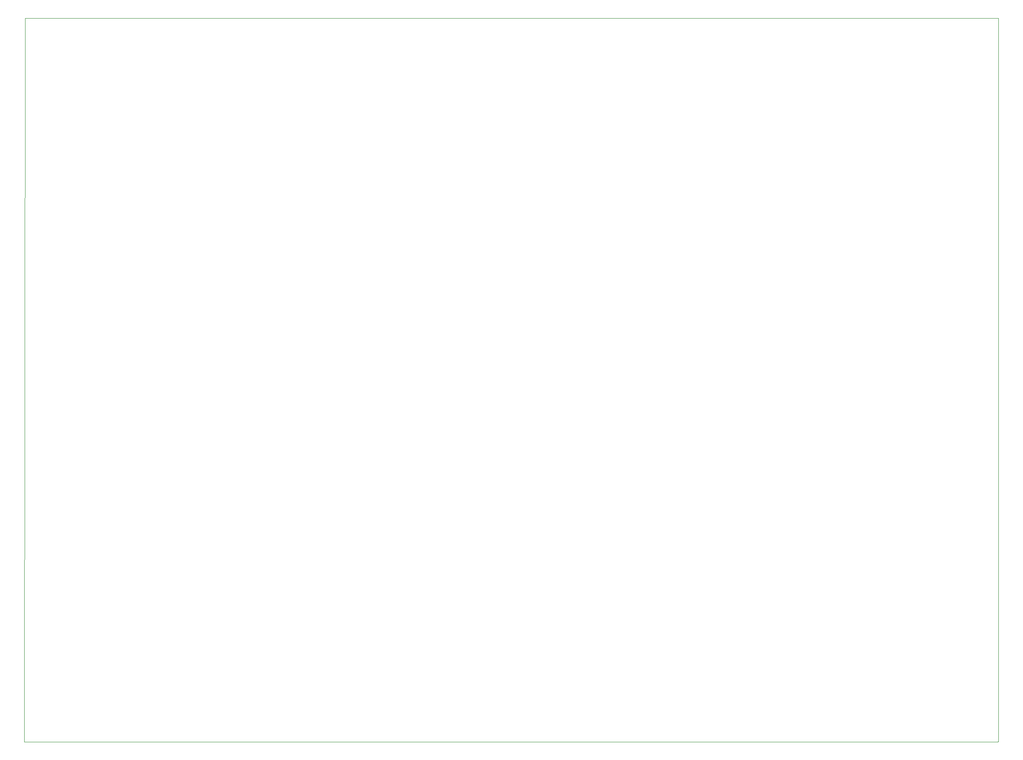
<source format=gbr>
G04*
G04 #@! TF.GenerationSoftware,Altium Limited,Altium Designer,22.4.2 (48)*
G04*
G04 Layer_Color=0*
%FSLAX25Y25*%
%MOIN*%
G70*
G04*
G04 #@! TF.SameCoordinates,08344E4B-EA76-4565-9D62-395010ACA534*
G04*
G04*
G04 #@! TF.FilePolarity,Positive*
G04*
G01*
G75*
%ADD72C,0.00100*%
D72*
X0Y0D02*
X750500D01*
X751000Y500D01*
Y558000D01*
X500D01*
X0Y0D01*
M02*

</source>
